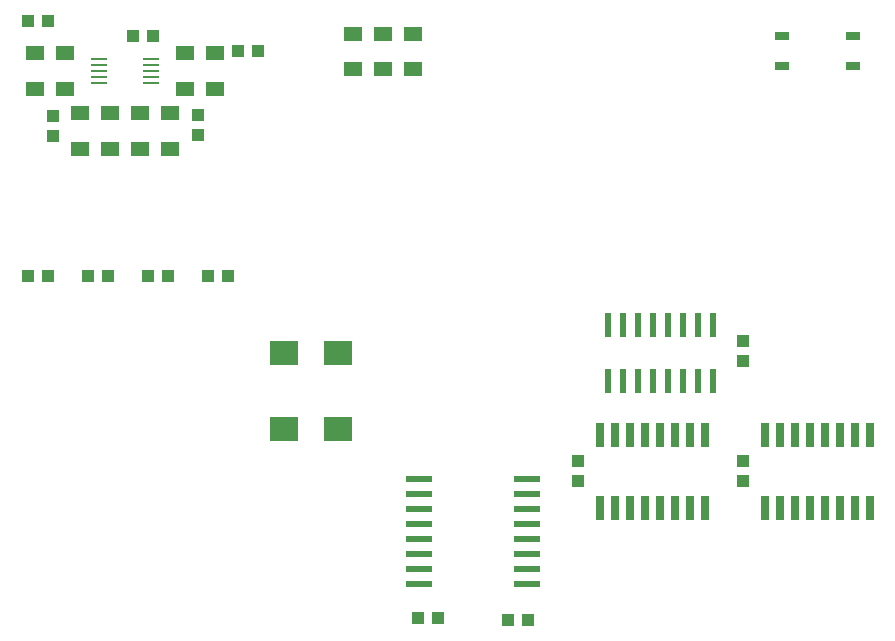
<source format=gbr>
G04 EAGLE Gerber RS-274X export*
G75*
%MOMM*%
%FSLAX34Y34*%
%LPD*%
%INSolderpaste Top*%
%IPPOS*%
%AMOC8*
5,1,8,0,0,1.08239X$1,22.5*%
G01*
%ADD10R,0.660400X2.032000*%
%ADD11R,2.200000X0.600000*%
%ADD12R,0.609600X2.057400*%
%ADD13R,1.000000X1.100000*%
%ADD14R,1.100000X1.000000*%
%ADD15R,2.400000X2.062000*%
%ADD16R,1.422400X0.279400*%
%ADD17R,1.600000X1.200000*%
%ADD18R,1.200000X0.800000*%


D10*
X717550Y284734D03*
X717550Y223266D03*
X704850Y284734D03*
X692150Y284734D03*
X704850Y223266D03*
X692150Y223266D03*
X679450Y284734D03*
X679450Y223266D03*
X666750Y284734D03*
X666750Y223266D03*
X654050Y284734D03*
X641350Y284734D03*
X654050Y223266D03*
X641350Y223266D03*
X628650Y284734D03*
X628650Y223266D03*
X577850Y284734D03*
X577850Y223266D03*
X565150Y284734D03*
X552450Y284734D03*
X565150Y223266D03*
X552450Y223266D03*
X539750Y284734D03*
X539750Y223266D03*
X527050Y284734D03*
X527050Y223266D03*
X514350Y284734D03*
X501650Y284734D03*
X514350Y223266D03*
X501650Y223266D03*
X488950Y284734D03*
X488950Y223266D03*
D11*
X427000Y171450D03*
X335000Y196850D03*
X427000Y158750D03*
X427000Y184150D03*
X427000Y196850D03*
X335000Y184150D03*
X335000Y209550D03*
X335000Y222250D03*
X427000Y222250D03*
X335000Y247650D03*
X427000Y209550D03*
X427000Y234950D03*
X335000Y234950D03*
X427000Y247650D03*
X335000Y171450D03*
X335000Y158750D03*
D12*
X584200Y378206D03*
X571500Y378206D03*
X558800Y378206D03*
X546100Y378206D03*
X533400Y378206D03*
X520700Y378206D03*
X508000Y378206D03*
X495300Y378206D03*
X495300Y330200D03*
X508000Y330200D03*
X520700Y330200D03*
X533400Y330200D03*
X546100Y330200D03*
X558800Y330200D03*
X571500Y330200D03*
X584200Y330200D03*
D13*
X609600Y245500D03*
X609600Y262500D03*
X469900Y245500D03*
X469900Y262500D03*
X609600Y347100D03*
X609600Y364100D03*
D14*
X427600Y128270D03*
X410600Y128270D03*
X334400Y129540D03*
X351400Y129540D03*
D15*
X266700Y289960D03*
X266700Y354565D03*
X220980Y289960D03*
X220980Y354565D03*
D16*
X64516Y602996D03*
X64516Y598170D03*
X64516Y593090D03*
X64516Y588010D03*
X64516Y583184D03*
X108204Y583184D03*
X108204Y588010D03*
X108204Y593090D03*
X108204Y598170D03*
X108204Y602996D03*
D17*
X330200Y594600D03*
X330200Y624600D03*
X279400Y594600D03*
X279400Y624600D03*
X304800Y594600D03*
X304800Y624600D03*
D18*
X643100Y622300D03*
X643100Y596900D03*
X703100Y596900D03*
X703100Y622300D03*
D17*
X137160Y608090D03*
X137160Y578090D03*
X99060Y527290D03*
X99060Y557290D03*
X73660Y527290D03*
X73660Y557290D03*
X35560Y608090D03*
X35560Y578090D03*
X10160Y608090D03*
X10160Y578090D03*
X48260Y557290D03*
X48260Y527290D03*
X124460Y557290D03*
X124460Y527290D03*
X162560Y608090D03*
X162560Y578090D03*
D14*
X93100Y622300D03*
X110100Y622300D03*
X21200Y419100D03*
X4200Y419100D03*
X72000Y419100D03*
X55000Y419100D03*
X122800Y419100D03*
X105800Y419100D03*
X173600Y419100D03*
X156600Y419100D03*
X182000Y609600D03*
X199000Y609600D03*
D13*
X148590Y555870D03*
X148590Y538870D03*
X25400Y554600D03*
X25400Y537600D03*
D14*
X4200Y635000D03*
X21200Y635000D03*
M02*

</source>
